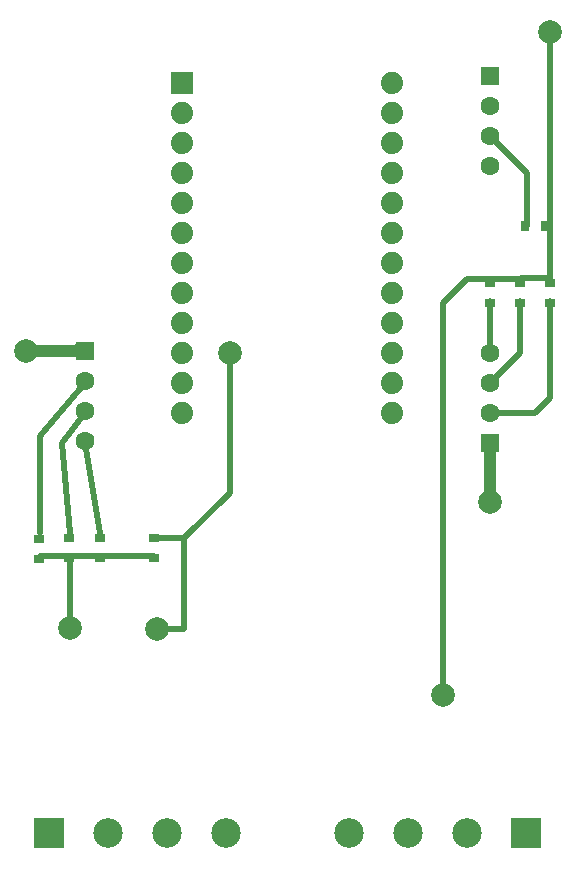
<source format=gtl>
%FSLAX33Y33*%
%MOMM*%
%AMRect-W1600000-H1600000-RO1.000*
21,1,1.6,1.6,0.,0.,180*%
%AMRect-W1879600-H1879600-RO1.000*
21,1,1.8796,1.8796,0.,0.,180*%
%AMRect-W670710-H870710-RO1.500*
21,1,0.67071,0.87071,0.,0.,90*%
%AMRect-W670710-H870710-RO0.500*
21,1,0.67071,0.87071,0.,0.,270*%
%AMRect-W2500000-H2500000-RO1.500*
21,1,2.5,2.5,0.,0.,90*%
%AMRect-W2500000-H2500000-RO0.500*
21,1,2.5,2.5,0.,0.,270*%
%ADD10C,1.016*%
%ADD11C,0.508*%
%ADD12C,0.254*%
%ADD13C,2.*%
%ADD14C,1.6*%
%ADD15Rect-W1600000-H1600000-RO1.000*%
%ADD16R,0.67071X0.87071*%
%ADD17C,1.8796*%
%ADD18C,1.8796*%
%ADD19Rect-W1879600-H1879600-RO1.000*%
%ADD20Rect-W670710-H870710-RO1.500*%
%ADD21R,1.6X1.6*%
%ADD22C,1.6*%
%ADD23Rect-W670710-H870710-RO0.500*%
%ADD24C,2.5*%
%ADD25Rect-W2500000-H2500000-RO1.500*%
%ADD26C,2.5*%
%ADD27Rect-W2500000-H2500000-RO0.500*%
D10*
%LNtop copper_traces*%
G01*
X17145Y-21450D02*
X17145Y-16510D01*
D11*
X-17145Y-13970D02*
X-19050Y-16510D01*
X22225Y-4445D02*
X22225Y-12700D01*
X-11240Y-24550D02*
X-8700Y-24550D01*
X17145Y-2625D02*
X15225Y-2625D01*
X-18415Y-24130D02*
X-19050Y-16510D01*
X-8700Y-24550D02*
X-8700Y-32225D01*
X22225Y-12700D02*
X20955Y-13970D01*
X-8700Y-32225D02*
X-11000Y-32225D01*
X13190Y-4660D02*
X13190Y-37805D01*
X20320Y6350D02*
X20320Y1905D01*
X20955Y-13970D02*
X17145Y-13970D01*
X17145Y9525D02*
X20320Y6350D01*
X-17145Y-16510D02*
X-15875Y-24130D01*
X-4850Y-20700D02*
X-4850Y-8825D01*
X17145Y-2625D02*
X22225Y-2540D01*
X22250Y18300D02*
X22225Y-2540D01*
X-8700Y-24550D02*
X-4850Y-20700D01*
X-17780Y-8255D02*
X-17145Y-8255D01*
X19685Y-4445D02*
X19685Y-8890D01*
X13190Y-4660D02*
X15225Y-2625D01*
D12*
X-16510Y-15875D02*
X-17145Y-15875D01*
X-16510Y-13970D02*
X-17145Y-13970D01*
D11*
X-18425Y-32050D02*
X-18425Y-26135D01*
X-20955Y-26035D02*
X-11240Y-26085D01*
X-17145Y-11430D02*
X-20955Y-15875D01*
D10*
X-22150Y-8700D02*
X-17145Y-8700D01*
D11*
X-20955Y-24130D02*
X-20955Y-15875D01*
X19685Y-8890D02*
X17145Y-11430D01*
X17145Y-4445D02*
X17145Y-8890D01*
D13*
X-18425Y-32125D03*
X-11000Y-32225D03*
X-4850Y-8890D03*
X22250Y18300D03*
X17145Y-21450D03*
X13190Y-37805D03*
X-22150Y-8700D03*
%LNtop copper component 2c45c667da657ff7*%
D14*
X17145Y-13970D03*
X17145Y-11430D03*
X17145Y-8890D03*
D15*
X17145Y-16510D03*
%LNtop copper component 87b45da516ead0f5*%
D16*
X20105Y1905D03*
X21805Y1905D03*
%LNtop copper component 3d5d9854e51a6828*%
D17*
X-8890Y11430D03*
X-8890Y8890D03*
X-8890Y6350D03*
X-8890Y3810D03*
X-8890Y1270D03*
X-8890Y-1270D03*
X-8890Y-3810D03*
X-8890Y-6350D03*
X-8890Y-8890D03*
X-8890Y-11430D03*
X-8890Y-13970D03*
D18*
X8890Y-13970D03*
X8890Y-11430D03*
X8890Y-8890D03*
X8890Y-6350D03*
X8890Y-3810D03*
X8890Y-1270D03*
X8890Y1270D03*
X8890Y3810D03*
X8890Y6350D03*
X8890Y8890D03*
X8890Y11430D03*
X8890Y13970D03*
D19*
X-8890Y13970D03*
%LNtop copper component 6d3aea982238fda5*%
D20*
X22225Y-4660D03*
X22225Y-2960D03*
%LNtop copper component 6f932e20ef6d6c77*%
D21*
X17145Y14605D03*
D22*
X17145Y12065D03*
X17145Y9525D03*
X17145Y6985D03*
%LNtop copper component a85c78020cb388fc*%
D20*
X17145Y-4660D03*
X17145Y-2960D03*
%LNtop copper component b77673326f327343*%
D23*
X-18445Y-24550D03*
X-18445Y-26250D03*
%LNtop copper component f8ca9c4e8fb87baf*%
D24*
X-15200Y-49530D03*
X-10200Y-49530D03*
X-5200Y-49530D03*
D25*
X-20200Y-49530D03*
%LNtop copper component 062dd51c8313847b*%
D26*
X15200Y-49530D03*
X10200Y-49530D03*
X5200Y-49530D03*
D27*
X20200Y-49530D03*
%LNtop copper component 4edcd2a5291db4c3*%
D23*
X-15875Y-24550D03*
X-15875Y-26250D03*
%LNtop copper component c7f06b4002203921*%
D20*
X-11240Y-26250D03*
X-11240Y-24550D03*
%LNtop copper component ad7f060d7d443939*%
X19685Y-4660D03*
X19685Y-2960D03*
%LNtop copper component c45d16141bb1fcd4*%
D23*
X-20975Y-24605D03*
X-20975Y-26305D03*
%LNtop copper component 49e19032fee71c5c*%
D21*
X-17100Y-8700D03*
D22*
X-17100Y-11240D03*
X-17100Y-13780D03*
X-17100Y-16320D03*
M02*
</source>
